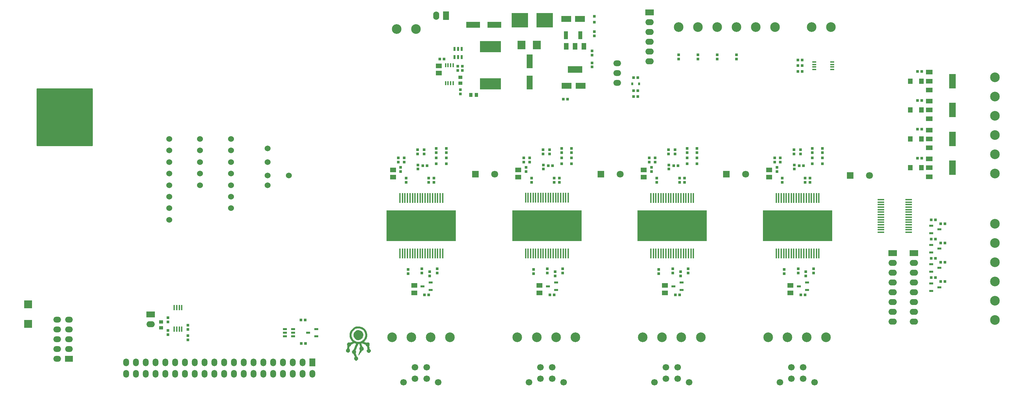
<source format=gbr>
G04 #@! TF.FileFunction,Soldermask,Top*
%FSLAX46Y46*%
G04 Gerber Fmt 4.6, Leading zero omitted, Abs format (unit mm)*
G04 Created by KiCad (PCBNEW (2015-02-24 BZR 5451)-product) date Thu 12 Mar 2015 11:25:46 PM EDT*
%MOMM*%
G01*
G04 APERTURE LIST*
%ADD10C,0.100000*%
%ADD11R,0.698500X0.800100*%
%ADD12R,1.498600X1.300480*%
%ADD13R,0.800100X0.698500*%
%ADD14R,0.797560X0.797560*%
%ADD15C,1.700000*%
%ADD16C,2.500000*%
%ADD17R,1.800000X1.800000*%
%ADD18C,1.800000*%
%ADD19R,1.000760X0.599440*%
%ADD20R,3.599180X1.600200*%
%ADD21R,1.600200X3.599180*%
%ADD22R,2.600960X1.600200*%
%ADD23R,1.998980X2.301240*%
%ADD24R,1.000760X1.998980*%
%ADD25R,0.599440X0.800100*%
%ADD26R,1.300480X1.399540*%
%ADD27R,4.239260X3.810000*%
%ADD28O,2.000000X1.500000*%
%ADD29R,2.000000X1.500000*%
%ADD30R,1.000760X0.899160*%
%ADD31R,1.998980X1.998980*%
%ADD32R,5.400000X2.900000*%
%ADD33R,2.199640X1.524000*%
%ADD34O,2.199640X1.524000*%
%ADD35R,1.524000X2.199640*%
%ADD36O,1.524000X2.199640*%
%ADD37O,1.500000X2.000000*%
%ADD38R,1.500000X2.000000*%
%ADD39C,1.524000*%
%ADD40R,1.800860X1.300480*%
%ADD41R,1.800860X3.799840*%
%ADD42R,0.899160X1.000760*%
%ADD43O,1.998980X1.501140*%
%ADD44R,0.408940X1.021080*%
%ADD45R,0.599440X1.000760*%
%ADD46R,1.300480X1.800860*%
%ADD47R,3.799840X1.800860*%
%ADD48R,1.651000X0.406400*%
%ADD49R,1.021080X0.408940*%
%ADD50R,0.419100X1.470660*%
%ADD51R,0.380000X2.500000*%
%ADD52R,18.000000X8.000000*%
%ADD53C,2.000000*%
%ADD54C,0.254000*%
G04 APERTURE END LIST*
D10*
G36*
X109427186Y-136738425D02*
X109447912Y-136906621D01*
X109483315Y-136995365D01*
X109563751Y-137119057D01*
X109675120Y-137202678D01*
X109700195Y-137215430D01*
X109839733Y-137270155D01*
X109957065Y-137280624D01*
X110079840Y-137248439D01*
X110103422Y-137238764D01*
X110251534Y-137142772D01*
X110352799Y-137009637D01*
X110404208Y-136853630D01*
X110402755Y-136689021D01*
X110345430Y-136530081D01*
X110273287Y-136432827D01*
X110231970Y-136385906D01*
X110209041Y-136342000D01*
X110202193Y-136283220D01*
X110209120Y-136191677D01*
X110225642Y-136063375D01*
X110242958Y-135931536D01*
X110256052Y-135825785D01*
X110262758Y-135763849D01*
X110263201Y-135756269D01*
X110291160Y-135725742D01*
X110359807Y-135687296D01*
X110373267Y-135681352D01*
X110515369Y-135591699D01*
X110619621Y-135467575D01*
X110665841Y-135351020D01*
X110677732Y-135307500D01*
X110699834Y-135271028D01*
X110741895Y-135235521D01*
X110813665Y-135194899D01*
X110924892Y-135143080D01*
X111085326Y-135073981D01*
X111161549Y-135041789D01*
X111634800Y-134842364D01*
X111831152Y-134901233D01*
X111938047Y-134936644D01*
X112015874Y-134968703D01*
X112044070Y-134986909D01*
X112036036Y-135024122D01*
X112004922Y-135115283D01*
X111953958Y-135251930D01*
X111886375Y-135425595D01*
X111805406Y-135627815D01*
X111717760Y-135841728D01*
X111611193Y-136097306D01*
X111526079Y-136296639D01*
X111459052Y-136446505D01*
X111406747Y-136553681D01*
X111365799Y-136624945D01*
X111332843Y-136667075D01*
X111304515Y-136686848D01*
X111296949Y-136689302D01*
X111226870Y-136726361D01*
X111144503Y-136795850D01*
X111117080Y-136824959D01*
X111021021Y-136979398D01*
X110986404Y-137143696D01*
X111010739Y-137305342D01*
X111091535Y-137451827D01*
X111226301Y-137570642D01*
X111270583Y-137595824D01*
X111429151Y-137677426D01*
X111559020Y-138091947D01*
X111688889Y-138506469D01*
X111622320Y-138591098D01*
X111547294Y-138736638D01*
X111528866Y-138896502D01*
X111563098Y-139054631D01*
X111646050Y-139194969D01*
X111773782Y-139301456D01*
X111799929Y-139315164D01*
X111950188Y-139371137D01*
X112080960Y-139377062D01*
X112210534Y-139337125D01*
X112361158Y-139236334D01*
X112461577Y-139096072D01*
X112506538Y-138927534D01*
X112490791Y-138741913D01*
X112490430Y-138740480D01*
X112442382Y-138626750D01*
X112371714Y-138539495D01*
X112367012Y-138535754D01*
X112278269Y-138467252D01*
X112204483Y-138409813D01*
X112157826Y-138347825D01*
X112102065Y-138226561D01*
X112035978Y-138043134D01*
X111995059Y-137915585D01*
X111940707Y-137738157D01*
X111905392Y-137613048D01*
X111887144Y-137528181D01*
X111883993Y-137471481D01*
X111893970Y-137430874D01*
X111911017Y-137400423D01*
X111951935Y-137289341D01*
X111962498Y-137146544D01*
X111942705Y-137000869D01*
X111911013Y-136913073D01*
X111874097Y-136831971D01*
X111855475Y-136777157D01*
X111854934Y-136772115D01*
X111867987Y-136732029D01*
X111906864Y-136630552D01*
X111971138Y-136468738D01*
X112060385Y-136247638D01*
X112174179Y-135968302D01*
X112312095Y-135631781D01*
X112473707Y-135239129D01*
X112546974Y-135061541D01*
X112578611Y-135056122D01*
X112655802Y-135048753D01*
X112697407Y-135045574D01*
X112845614Y-135035000D01*
X112978687Y-135463719D01*
X113111759Y-135892439D01*
X113023854Y-136025272D01*
X112939557Y-136188498D01*
X112915417Y-136343271D01*
X112949622Y-136508476D01*
X112972006Y-136565267D01*
X113046163Y-136737648D01*
X112841844Y-137374497D01*
X112779769Y-137569867D01*
X112726247Y-137741950D01*
X112684259Y-137880855D01*
X112656786Y-137976692D01*
X112646809Y-138019571D01*
X112647030Y-138020851D01*
X112668628Y-137998046D01*
X112722607Y-137930425D01*
X112801530Y-137827967D01*
X112897958Y-137700647D01*
X113004454Y-137558445D01*
X113113579Y-137411335D01*
X113217895Y-137269297D01*
X113309965Y-137142308D01*
X113382350Y-137040344D01*
X113425891Y-136976086D01*
X113492580Y-136909456D01*
X113592609Y-136847507D01*
X113633680Y-136829515D01*
X113790541Y-136736089D01*
X113902249Y-136599939D01*
X113961671Y-136434394D01*
X113961676Y-136252787D01*
X113956406Y-136226289D01*
X113911081Y-136115289D01*
X113832799Y-136000057D01*
X113739706Y-135902866D01*
X113649949Y-135845987D01*
X113645229Y-135844394D01*
X113609840Y-135810072D01*
X113565987Y-135724067D01*
X113511548Y-135581478D01*
X113448429Y-135390218D01*
X113398021Y-135229020D01*
X113355942Y-135091953D01*
X113325952Y-134991464D01*
X113311817Y-134940000D01*
X113311200Y-134936276D01*
X113340743Y-134918529D01*
X113413638Y-134898600D01*
X113431930Y-134894953D01*
X113490704Y-134890004D01*
X113561048Y-134898770D01*
X113654624Y-134924659D01*
X113783093Y-134971081D01*
X113958116Y-135041446D01*
X114017945Y-135066275D01*
X114483229Y-135260246D01*
X114558130Y-135423513D01*
X114626349Y-135542341D01*
X114709858Y-135618216D01*
X114766377Y-135648589D01*
X114824196Y-135676597D01*
X114865489Y-135705884D01*
X114894921Y-135748404D01*
X114917161Y-135816109D01*
X114936874Y-135920954D01*
X114958727Y-136074891D01*
X114972123Y-136175570D01*
X114990164Y-136317834D01*
X114997041Y-136410575D01*
X114990732Y-136471387D01*
X114969212Y-136517860D01*
X114930456Y-136567588D01*
X114926470Y-136572328D01*
X114841392Y-136721030D01*
X114814326Y-136883193D01*
X114842016Y-137043520D01*
X114921204Y-137186713D01*
X115048635Y-137297475D01*
X115084995Y-137317030D01*
X115224533Y-137371755D01*
X115341865Y-137382224D01*
X115464640Y-137350039D01*
X115488222Y-137340364D01*
X115641063Y-137243460D01*
X115742802Y-137112542D01*
X115791651Y-136960027D01*
X115785823Y-136798332D01*
X115723531Y-136639874D01*
X115608865Y-136502250D01*
X115471486Y-136379701D01*
X115418810Y-135982675D01*
X115396923Y-135811790D01*
X115384991Y-135693562D01*
X115383207Y-135613623D01*
X115391765Y-135557604D01*
X115410857Y-135511138D01*
X115425491Y-135485168D01*
X115473135Y-135351002D01*
X115484509Y-135192026D01*
X115458517Y-135041315D01*
X115441590Y-134999109D01*
X115344543Y-134871572D01*
X115202730Y-134784405D01*
X115031208Y-134746210D01*
X114997299Y-134745200D01*
X114883972Y-134752537D01*
X114789795Y-134771089D01*
X114762168Y-134781902D01*
X114727925Y-134797112D01*
X114690467Y-134801448D01*
X114638249Y-134791549D01*
X114559724Y-134764054D01*
X114443345Y-134715602D01*
X114277567Y-134642832D01*
X114264430Y-134637013D01*
X114049260Y-134541688D01*
X114235309Y-134340732D01*
X114478932Y-134035815D01*
X114658313Y-133714821D01*
X114776160Y-133371959D01*
X114828710Y-133071054D01*
X114840358Y-132669799D01*
X114787759Y-132288906D01*
X114671628Y-131930406D01*
X114492679Y-131596328D01*
X114251629Y-131288700D01*
X114171638Y-131206133D01*
X113878186Y-130960171D01*
X113558028Y-130775827D01*
X113209323Y-130652367D01*
X112830229Y-130589056D01*
X112601698Y-130579600D01*
X112318288Y-130592707D01*
X112066513Y-130636396D01*
X111818475Y-130717214D01*
X111600934Y-130814495D01*
X111283022Y-131005481D01*
X111010743Y-131240502D01*
X110785419Y-131512363D01*
X110608372Y-131813869D01*
X110480924Y-132137828D01*
X110404397Y-132477044D01*
X110380113Y-132824324D01*
X110409395Y-133172473D01*
X110493564Y-133514297D01*
X110633942Y-133842603D01*
X110807772Y-134112771D01*
X110807772Y-132840037D01*
X110814331Y-132606116D01*
X110841758Y-132398603D01*
X110854267Y-132345101D01*
X110970807Y-132031998D01*
X111141740Y-131748379D01*
X111359179Y-131500388D01*
X111615236Y-131294168D01*
X111902025Y-131135861D01*
X112211659Y-131031610D01*
X112536250Y-130987558D01*
X112598649Y-130986500D01*
X112945367Y-131019554D01*
X113271193Y-131113835D01*
X113569835Y-131264428D01*
X113835001Y-131466420D01*
X114060400Y-131714897D01*
X114239740Y-132004944D01*
X114366729Y-132331647D01*
X114379244Y-132377241D01*
X114424551Y-132671536D01*
X114416743Y-132984202D01*
X114358913Y-133295816D01*
X114254158Y-133586957D01*
X114158661Y-133761828D01*
X113942663Y-134039385D01*
X113687129Y-134266244D01*
X113399484Y-134439514D01*
X113087151Y-134556305D01*
X112757554Y-134613728D01*
X112418117Y-134608890D01*
X112125867Y-134553247D01*
X111818364Y-134434943D01*
X111536192Y-134260033D01*
X111288018Y-134037275D01*
X111082506Y-133775428D01*
X110928322Y-133483251D01*
X110856924Y-133270592D01*
X110821997Y-133071238D01*
X110807772Y-132840037D01*
X110807772Y-134112771D01*
X110831851Y-134150195D01*
X110960070Y-134301874D01*
X111042259Y-134396663D01*
X111097667Y-134472514D01*
X111117362Y-134516716D01*
X111114769Y-134522037D01*
X111071156Y-134543374D01*
X110981432Y-134583825D01*
X110861864Y-134636112D01*
X110808381Y-134659114D01*
X110670362Y-134716154D01*
X110568269Y-134749478D01*
X110476477Y-134763649D01*
X110369366Y-134763228D01*
X110263717Y-134756093D01*
X109994190Y-134735308D01*
X109862154Y-134867344D01*
X109747301Y-135017758D01*
X109699170Y-135175219D01*
X109716782Y-135344678D01*
X109749859Y-135435279D01*
X109779460Y-135506658D01*
X109796330Y-135568896D01*
X109800996Y-135639265D01*
X109793986Y-135735035D01*
X109775825Y-135873478D01*
X109765434Y-135945522D01*
X109740741Y-136106809D01*
X109718477Y-136217462D01*
X109692522Y-136294038D01*
X109656756Y-136353093D01*
X109605059Y-136411187D01*
X109586308Y-136430123D01*
X109473197Y-136580257D01*
X109427186Y-136738425D01*
X109427186Y-136738425D01*
X109427186Y-136738425D01*
G37*
X109427186Y-136738425D02*
X109447912Y-136906621D01*
X109483315Y-136995365D01*
X109563751Y-137119057D01*
X109675120Y-137202678D01*
X109700195Y-137215430D01*
X109839733Y-137270155D01*
X109957065Y-137280624D01*
X110079840Y-137248439D01*
X110103422Y-137238764D01*
X110251534Y-137142772D01*
X110352799Y-137009637D01*
X110404208Y-136853630D01*
X110402755Y-136689021D01*
X110345430Y-136530081D01*
X110273287Y-136432827D01*
X110231970Y-136385906D01*
X110209041Y-136342000D01*
X110202193Y-136283220D01*
X110209120Y-136191677D01*
X110225642Y-136063375D01*
X110242958Y-135931536D01*
X110256052Y-135825785D01*
X110262758Y-135763849D01*
X110263201Y-135756269D01*
X110291160Y-135725742D01*
X110359807Y-135687296D01*
X110373267Y-135681352D01*
X110515369Y-135591699D01*
X110619621Y-135467575D01*
X110665841Y-135351020D01*
X110677732Y-135307500D01*
X110699834Y-135271028D01*
X110741895Y-135235521D01*
X110813665Y-135194899D01*
X110924892Y-135143080D01*
X111085326Y-135073981D01*
X111161549Y-135041789D01*
X111634800Y-134842364D01*
X111831152Y-134901233D01*
X111938047Y-134936644D01*
X112015874Y-134968703D01*
X112044070Y-134986909D01*
X112036036Y-135024122D01*
X112004922Y-135115283D01*
X111953958Y-135251930D01*
X111886375Y-135425595D01*
X111805406Y-135627815D01*
X111717760Y-135841728D01*
X111611193Y-136097306D01*
X111526079Y-136296639D01*
X111459052Y-136446505D01*
X111406747Y-136553681D01*
X111365799Y-136624945D01*
X111332843Y-136667075D01*
X111304515Y-136686848D01*
X111296949Y-136689302D01*
X111226870Y-136726361D01*
X111144503Y-136795850D01*
X111117080Y-136824959D01*
X111021021Y-136979398D01*
X110986404Y-137143696D01*
X111010739Y-137305342D01*
X111091535Y-137451827D01*
X111226301Y-137570642D01*
X111270583Y-137595824D01*
X111429151Y-137677426D01*
X111559020Y-138091947D01*
X111688889Y-138506469D01*
X111622320Y-138591098D01*
X111547294Y-138736638D01*
X111528866Y-138896502D01*
X111563098Y-139054631D01*
X111646050Y-139194969D01*
X111773782Y-139301456D01*
X111799929Y-139315164D01*
X111950188Y-139371137D01*
X112080960Y-139377062D01*
X112210534Y-139337125D01*
X112361158Y-139236334D01*
X112461577Y-139096072D01*
X112506538Y-138927534D01*
X112490791Y-138741913D01*
X112490430Y-138740480D01*
X112442382Y-138626750D01*
X112371714Y-138539495D01*
X112367012Y-138535754D01*
X112278269Y-138467252D01*
X112204483Y-138409813D01*
X112157826Y-138347825D01*
X112102065Y-138226561D01*
X112035978Y-138043134D01*
X111995059Y-137915585D01*
X111940707Y-137738157D01*
X111905392Y-137613048D01*
X111887144Y-137528181D01*
X111883993Y-137471481D01*
X111893970Y-137430874D01*
X111911017Y-137400423D01*
X111951935Y-137289341D01*
X111962498Y-137146544D01*
X111942705Y-137000869D01*
X111911013Y-136913073D01*
X111874097Y-136831971D01*
X111855475Y-136777157D01*
X111854934Y-136772115D01*
X111867987Y-136732029D01*
X111906864Y-136630552D01*
X111971138Y-136468738D01*
X112060385Y-136247638D01*
X112174179Y-135968302D01*
X112312095Y-135631781D01*
X112473707Y-135239129D01*
X112546974Y-135061541D01*
X112578611Y-135056122D01*
X112655802Y-135048753D01*
X112697407Y-135045574D01*
X112845614Y-135035000D01*
X112978687Y-135463719D01*
X113111759Y-135892439D01*
X113023854Y-136025272D01*
X112939557Y-136188498D01*
X112915417Y-136343271D01*
X112949622Y-136508476D01*
X112972006Y-136565267D01*
X113046163Y-136737648D01*
X112841844Y-137374497D01*
X112779769Y-137569867D01*
X112726247Y-137741950D01*
X112684259Y-137880855D01*
X112656786Y-137976692D01*
X112646809Y-138019571D01*
X112647030Y-138020851D01*
X112668628Y-137998046D01*
X112722607Y-137930425D01*
X112801530Y-137827967D01*
X112897958Y-137700647D01*
X113004454Y-137558445D01*
X113113579Y-137411335D01*
X113217895Y-137269297D01*
X113309965Y-137142308D01*
X113382350Y-137040344D01*
X113425891Y-136976086D01*
X113492580Y-136909456D01*
X113592609Y-136847507D01*
X113633680Y-136829515D01*
X113790541Y-136736089D01*
X113902249Y-136599939D01*
X113961671Y-136434394D01*
X113961676Y-136252787D01*
X113956406Y-136226289D01*
X113911081Y-136115289D01*
X113832799Y-136000057D01*
X113739706Y-135902866D01*
X113649949Y-135845987D01*
X113645229Y-135844394D01*
X113609840Y-135810072D01*
X113565987Y-135724067D01*
X113511548Y-135581478D01*
X113448429Y-135390218D01*
X113398021Y-135229020D01*
X113355942Y-135091953D01*
X113325952Y-134991464D01*
X113311817Y-134940000D01*
X113311200Y-134936276D01*
X113340743Y-134918529D01*
X113413638Y-134898600D01*
X113431930Y-134894953D01*
X113490704Y-134890004D01*
X113561048Y-134898770D01*
X113654624Y-134924659D01*
X113783093Y-134971081D01*
X113958116Y-135041446D01*
X114017945Y-135066275D01*
X114483229Y-135260246D01*
X114558130Y-135423513D01*
X114626349Y-135542341D01*
X114709858Y-135618216D01*
X114766377Y-135648589D01*
X114824196Y-135676597D01*
X114865489Y-135705884D01*
X114894921Y-135748404D01*
X114917161Y-135816109D01*
X114936874Y-135920954D01*
X114958727Y-136074891D01*
X114972123Y-136175570D01*
X114990164Y-136317834D01*
X114997041Y-136410575D01*
X114990732Y-136471387D01*
X114969212Y-136517860D01*
X114930456Y-136567588D01*
X114926470Y-136572328D01*
X114841392Y-136721030D01*
X114814326Y-136883193D01*
X114842016Y-137043520D01*
X114921204Y-137186713D01*
X115048635Y-137297475D01*
X115084995Y-137317030D01*
X115224533Y-137371755D01*
X115341865Y-137382224D01*
X115464640Y-137350039D01*
X115488222Y-137340364D01*
X115641063Y-137243460D01*
X115742802Y-137112542D01*
X115791651Y-136960027D01*
X115785823Y-136798332D01*
X115723531Y-136639874D01*
X115608865Y-136502250D01*
X115471486Y-136379701D01*
X115418810Y-135982675D01*
X115396923Y-135811790D01*
X115384991Y-135693562D01*
X115383207Y-135613623D01*
X115391765Y-135557604D01*
X115410857Y-135511138D01*
X115425491Y-135485168D01*
X115473135Y-135351002D01*
X115484509Y-135192026D01*
X115458517Y-135041315D01*
X115441590Y-134999109D01*
X115344543Y-134871572D01*
X115202730Y-134784405D01*
X115031208Y-134746210D01*
X114997299Y-134745200D01*
X114883972Y-134752537D01*
X114789795Y-134771089D01*
X114762168Y-134781902D01*
X114727925Y-134797112D01*
X114690467Y-134801448D01*
X114638249Y-134791549D01*
X114559724Y-134764054D01*
X114443345Y-134715602D01*
X114277567Y-134642832D01*
X114264430Y-134637013D01*
X114049260Y-134541688D01*
X114235309Y-134340732D01*
X114478932Y-134035815D01*
X114658313Y-133714821D01*
X114776160Y-133371959D01*
X114828710Y-133071054D01*
X114840358Y-132669799D01*
X114787759Y-132288906D01*
X114671628Y-131930406D01*
X114492679Y-131596328D01*
X114251629Y-131288700D01*
X114171638Y-131206133D01*
X113878186Y-130960171D01*
X113558028Y-130775827D01*
X113209323Y-130652367D01*
X112830229Y-130589056D01*
X112601698Y-130579600D01*
X112318288Y-130592707D01*
X112066513Y-130636396D01*
X111818475Y-130717214D01*
X111600934Y-130814495D01*
X111283022Y-131005481D01*
X111010743Y-131240502D01*
X110785419Y-131512363D01*
X110608372Y-131813869D01*
X110480924Y-132137828D01*
X110404397Y-132477044D01*
X110380113Y-132824324D01*
X110409395Y-133172473D01*
X110493564Y-133514297D01*
X110633942Y-133842603D01*
X110807772Y-134112771D01*
X110807772Y-132840037D01*
X110814331Y-132606116D01*
X110841758Y-132398603D01*
X110854267Y-132345101D01*
X110970807Y-132031998D01*
X111141740Y-131748379D01*
X111359179Y-131500388D01*
X111615236Y-131294168D01*
X111902025Y-131135861D01*
X112211659Y-131031610D01*
X112536250Y-130987558D01*
X112598649Y-130986500D01*
X112945367Y-131019554D01*
X113271193Y-131113835D01*
X113569835Y-131264428D01*
X113835001Y-131466420D01*
X114060400Y-131714897D01*
X114239740Y-132004944D01*
X114366729Y-132331647D01*
X114379244Y-132377241D01*
X114424551Y-132671536D01*
X114416743Y-132984202D01*
X114358913Y-133295816D01*
X114254158Y-133586957D01*
X114158661Y-133761828D01*
X113942663Y-134039385D01*
X113687129Y-134266244D01*
X113399484Y-134439514D01*
X113087151Y-134556305D01*
X112757554Y-134613728D01*
X112418117Y-134608890D01*
X112125867Y-134553247D01*
X111818364Y-134434943D01*
X111536192Y-134260033D01*
X111288018Y-134037275D01*
X111082506Y-133775428D01*
X110928322Y-133483251D01*
X110856924Y-133270592D01*
X110821997Y-133071238D01*
X110807772Y-132840037D01*
X110807772Y-134112771D01*
X110831851Y-134150195D01*
X110960070Y-134301874D01*
X111042259Y-134396663D01*
X111097667Y-134472514D01*
X111117362Y-134516716D01*
X111114769Y-134522037D01*
X111071156Y-134543374D01*
X110981432Y-134583825D01*
X110861864Y-134636112D01*
X110808381Y-134659114D01*
X110670362Y-134716154D01*
X110568269Y-134749478D01*
X110476477Y-134763649D01*
X110369366Y-134763228D01*
X110263717Y-134756093D01*
X109994190Y-134735308D01*
X109862154Y-134867344D01*
X109747301Y-135017758D01*
X109699170Y-135175219D01*
X109716782Y-135344678D01*
X109749859Y-135435279D01*
X109779460Y-135506658D01*
X109796330Y-135568896D01*
X109800996Y-135639265D01*
X109793986Y-135735035D01*
X109775825Y-135873478D01*
X109765434Y-135945522D01*
X109740741Y-136106809D01*
X109718477Y-136217462D01*
X109692522Y-136294038D01*
X109656756Y-136353093D01*
X109605059Y-136411187D01*
X109586308Y-136430123D01*
X109473197Y-136580257D01*
X109427186Y-136738425D01*
X109427186Y-136738425D01*
G36*
X111360847Y-132909692D02*
X111416161Y-133175898D01*
X111533682Y-133428650D01*
X111712629Y-133660122D01*
X111733437Y-133681363D01*
X111883208Y-133817107D01*
X112022477Y-133909596D01*
X112140565Y-133962619D01*
X112404903Y-134033633D01*
X112670320Y-134053666D01*
X112916574Y-134021356D01*
X112935912Y-134016169D01*
X113194866Y-133916754D01*
X113411549Y-133771979D01*
X113597346Y-133573335D01*
X113673382Y-133464921D01*
X113794702Y-133219126D01*
X113855591Y-132959142D01*
X113858935Y-132694838D01*
X113807618Y-132436083D01*
X113704526Y-132192748D01*
X113552544Y-131974702D01*
X113354559Y-131791814D01*
X113148522Y-131669627D01*
X112923721Y-131595565D01*
X112671976Y-131563080D01*
X112418941Y-131573241D01*
X112190268Y-131627116D01*
X112184040Y-131629424D01*
X111927044Y-131757239D01*
X111715400Y-131933070D01*
X111575987Y-132108587D01*
X111439977Y-132368212D01*
X111368524Y-132637855D01*
X111360847Y-132909692D01*
X111360847Y-132909692D01*
X111360847Y-132909692D01*
G37*
X111360847Y-132909692D02*
X111416161Y-133175898D01*
X111533682Y-133428650D01*
X111712629Y-133660122D01*
X111733437Y-133681363D01*
X111883208Y-133817107D01*
X112022477Y-133909596D01*
X112140565Y-133962619D01*
X112404903Y-134033633D01*
X112670320Y-134053666D01*
X112916574Y-134021356D01*
X112935912Y-134016169D01*
X113194866Y-133916754D01*
X113411549Y-133771979D01*
X113597346Y-133573335D01*
X113673382Y-133464921D01*
X113794702Y-133219126D01*
X113855591Y-132959142D01*
X113858935Y-132694838D01*
X113807618Y-132436083D01*
X113704526Y-132192748D01*
X113552544Y-131974702D01*
X113354559Y-131791814D01*
X113148522Y-131669627D01*
X112923721Y-131595565D01*
X112671976Y-131563080D01*
X112418941Y-131573241D01*
X112190268Y-131627116D01*
X112184040Y-131629424D01*
X111927044Y-131757239D01*
X111715400Y-131933070D01*
X111575987Y-132108587D01*
X111439977Y-132368212D01*
X111368524Y-132637855D01*
X111360847Y-132909692D01*
X111360847Y-132909692D01*
D11*
X188600000Y-89251360D03*
X188600000Y-90348640D03*
D12*
X186600000Y-89947500D03*
X186600000Y-91852500D03*
D11*
X189500000Y-86851360D03*
X189500000Y-87948640D03*
X190000000Y-93148640D03*
X190000000Y-92051360D03*
X188000000Y-87948640D03*
X188000000Y-86851360D03*
X195900000Y-93148640D03*
X195900000Y-92051360D03*
X194100000Y-115651360D03*
X194100000Y-116748640D03*
X197200000Y-93148640D03*
X197200000Y-92051360D03*
X198100000Y-115651360D03*
X198100000Y-116748640D03*
D13*
X194351360Y-88900000D03*
X195448640Y-88900000D03*
D11*
X193000000Y-85848640D03*
X193000000Y-84751360D03*
X194700000Y-84751360D03*
X194700000Y-85848640D03*
X200400000Y-84351360D03*
X200400000Y-85448640D03*
D14*
X200400000Y-86850700D03*
X200400000Y-88349300D03*
D11*
X193100000Y-89748640D03*
X193100000Y-88651360D03*
D14*
X197800000Y-86850700D03*
X197800000Y-88349300D03*
D11*
X197800000Y-84351360D03*
X197800000Y-85448640D03*
D15*
X192350000Y-141150000D03*
X195350000Y-141150000D03*
X192350000Y-144150000D03*
X195350000Y-144150000D03*
X189350000Y-145090000D03*
X198350000Y-145090000D03*
D16*
X201350000Y-133400000D03*
X196350000Y-133400000D03*
X186350000Y-133400000D03*
X191350000Y-133400000D03*
D17*
X208000000Y-91100000D03*
D18*
X213000000Y-91100000D03*
D11*
X190500000Y-115751360D03*
X190500000Y-116848640D03*
D19*
X196406640Y-121102500D03*
X194293360Y-120150000D03*
X196406640Y-119197500D03*
D11*
X196100000Y-117448640D03*
X196100000Y-116351360D03*
D13*
X194801360Y-122400000D03*
X195898640Y-122400000D03*
D12*
X192100000Y-119947500D03*
X192100000Y-121852500D03*
D15*
X159850000Y-141150000D03*
X162850000Y-141150000D03*
X159850000Y-144150000D03*
X162850000Y-144150000D03*
X156850000Y-145090000D03*
X165850000Y-145090000D03*
D14*
X167900000Y-86850700D03*
X167900000Y-88349300D03*
D11*
X167900000Y-84351360D03*
X167900000Y-85448640D03*
D17*
X175500000Y-91100000D03*
D18*
X180500000Y-91100000D03*
D11*
X163400000Y-93148640D03*
X163400000Y-92051360D03*
X164700000Y-93148640D03*
X164700000Y-92051360D03*
D14*
X165300000Y-86850700D03*
X165300000Y-88349300D03*
D12*
X159600000Y-119947500D03*
X159600000Y-121852500D03*
D19*
X163906640Y-121102500D03*
X161793360Y-120150000D03*
X163906640Y-119197500D03*
D13*
X162301360Y-122400000D03*
X163398640Y-122400000D03*
D16*
X168850000Y-133400000D03*
X163850000Y-133400000D03*
X153850000Y-133400000D03*
X158850000Y-133400000D03*
D11*
X163600000Y-117448640D03*
X163600000Y-116351360D03*
X158000000Y-115751360D03*
X158000000Y-116848640D03*
X161600000Y-115651360D03*
X161600000Y-116748640D03*
X165600000Y-115651360D03*
X165600000Y-116748640D03*
D12*
X154100000Y-89947500D03*
X154100000Y-91852500D03*
D11*
X160600000Y-89748640D03*
X160600000Y-88651360D03*
D13*
X161851360Y-88900000D03*
X162948640Y-88900000D03*
D11*
X160500000Y-85848640D03*
X160500000Y-84751360D03*
X162200000Y-84751360D03*
X162200000Y-85848640D03*
X165300000Y-84351360D03*
X165300000Y-85448640D03*
X157500000Y-93148640D03*
X157500000Y-92051360D03*
X157000000Y-86851360D03*
X157000000Y-87948640D03*
X155500000Y-87948640D03*
X155500000Y-86851360D03*
X156100000Y-89251360D03*
X156100000Y-90348640D03*
D16*
X136350000Y-133400000D03*
X131350000Y-133400000D03*
X121350000Y-133400000D03*
X126350000Y-133400000D03*
D13*
X129801360Y-122400000D03*
X130898640Y-122400000D03*
D12*
X127100000Y-119947500D03*
X127100000Y-121852500D03*
D15*
X127350000Y-141150000D03*
X130350000Y-141150000D03*
X127350000Y-144150000D03*
X130350000Y-144150000D03*
X124350000Y-145090000D03*
X133350000Y-145090000D03*
D11*
X135400000Y-84351360D03*
X135400000Y-85448640D03*
D14*
X135400000Y-86850700D03*
X135400000Y-88349300D03*
X132800000Y-86850700D03*
X132800000Y-88349300D03*
D17*
X143000000Y-91100000D03*
D18*
X148000000Y-91100000D03*
D11*
X132800000Y-84351360D03*
X132800000Y-85448640D03*
X123600000Y-89251360D03*
X123600000Y-90348640D03*
X129700000Y-84751360D03*
X129700000Y-85848640D03*
X128100000Y-89748640D03*
X128100000Y-88651360D03*
D13*
X129351360Y-88900000D03*
X130448640Y-88900000D03*
D11*
X123000000Y-87948640D03*
X123000000Y-86851360D03*
X128000000Y-85848640D03*
X128000000Y-84751360D03*
X124500000Y-86851360D03*
X124500000Y-87948640D03*
D19*
X131406640Y-121102500D03*
X129293360Y-120150000D03*
X131406640Y-119197500D03*
D11*
X133100000Y-115651360D03*
X133100000Y-116748640D03*
X131100000Y-117448640D03*
X131100000Y-116351360D03*
X129100000Y-115651360D03*
X129100000Y-116748640D03*
X125500000Y-115751360D03*
X125500000Y-116848640D03*
X125000000Y-93148640D03*
X125000000Y-92051360D03*
X132200000Y-93148640D03*
X132200000Y-92051360D03*
D12*
X121600000Y-89947500D03*
X121600000Y-91852500D03*
D11*
X130900000Y-93148640D03*
X130900000Y-92051360D03*
D20*
X142349180Y-52300000D03*
X147850820Y-52300000D03*
D13*
X134848640Y-61200000D03*
X133751360Y-61200000D03*
D11*
X68500000Y-131348640D03*
X68500000Y-130251360D03*
X138400000Y-64148640D03*
X138400000Y-63051360D03*
X139100000Y-70248640D03*
X139100000Y-69151360D03*
D21*
X157000000Y-67250820D03*
X157000000Y-61749180D03*
D22*
X166499140Y-50800000D03*
X170100860Y-50800000D03*
D13*
X185048640Y-69400000D03*
X183951360Y-69400000D03*
X166848640Y-71600000D03*
X165751360Y-71600000D03*
D22*
X170200860Y-68100000D03*
X166599140Y-68100000D03*
D13*
X262148640Y-117900000D03*
X261051360Y-117900000D03*
X262148640Y-112900000D03*
X261051360Y-112900000D03*
X262148640Y-107900000D03*
X261051360Y-107900000D03*
X262148640Y-102900000D03*
X261051360Y-102900000D03*
D11*
X225500000Y-85848640D03*
X225500000Y-84751360D03*
X225600000Y-89748640D03*
X225600000Y-88651360D03*
X226600000Y-115651360D03*
X226600000Y-116748640D03*
D12*
X224600000Y-119947500D03*
X224600000Y-121852500D03*
D11*
X220500000Y-87948640D03*
X220500000Y-86851360D03*
X228400000Y-93148640D03*
X228400000Y-92051360D03*
D12*
X219100000Y-89947500D03*
X219100000Y-91852500D03*
D13*
X227301360Y-122400000D03*
X228398640Y-122400000D03*
D11*
X228600000Y-117448640D03*
X228600000Y-116351360D03*
X230600000Y-115651360D03*
X230600000Y-116748640D03*
X229700000Y-93148640D03*
X229700000Y-92051360D03*
X222500000Y-93148640D03*
X222500000Y-92051360D03*
X223000000Y-115751360D03*
X223000000Y-116848640D03*
D17*
X240100000Y-91400000D03*
D18*
X245100000Y-91400000D03*
D23*
X154890860Y-57500000D03*
X158909140Y-57500000D03*
D24*
X170149120Y-55000000D03*
X166450880Y-55000000D03*
D25*
X185350900Y-67600000D03*
X183649100Y-67600000D03*
D14*
X173800000Y-50100700D03*
X173800000Y-51599300D03*
D26*
X255649660Y-89400000D03*
X258550340Y-89400000D03*
D19*
X261043360Y-119447500D03*
X263156640Y-120400000D03*
X261043360Y-121352500D03*
X261043360Y-114447500D03*
X263156640Y-115400000D03*
X261043360Y-116352500D03*
X261043360Y-109447500D03*
X263156640Y-110400000D03*
X261043360Y-111352500D03*
X261043360Y-104447500D03*
X263156640Y-105400000D03*
X261043360Y-106352500D03*
D26*
X255649660Y-81900000D03*
X258550340Y-81900000D03*
X255649660Y-74400000D03*
X258550340Y-74400000D03*
X255649660Y-66900000D03*
X258550340Y-66900000D03*
D14*
X230300000Y-86850700D03*
X230300000Y-88349300D03*
X232900000Y-86850700D03*
X232900000Y-88349300D03*
D19*
X228906640Y-121102500D03*
X226793360Y-120150000D03*
X228906640Y-119197500D03*
D27*
X154512300Y-51100000D03*
X160887700Y-51100000D03*
D28*
X37620000Y-128820000D03*
X34580000Y-128820000D03*
X34580000Y-131360000D03*
X37620000Y-131360000D03*
D29*
X37620000Y-138980000D03*
D28*
X34580000Y-138980000D03*
X37620000Y-136440000D03*
X34580000Y-136440000D03*
X37620000Y-133900000D03*
X34580000Y-133900000D03*
D15*
X224850000Y-141150000D03*
X227850000Y-141150000D03*
X224850000Y-144150000D03*
X227850000Y-144150000D03*
X221850000Y-145090000D03*
X230850000Y-145090000D03*
D30*
X61500000Y-130951840D03*
X61500000Y-129448160D03*
D31*
X27100000Y-129940000D03*
X27100000Y-124860000D03*
D32*
X146900000Y-57950000D03*
X146900000Y-67650000D03*
D33*
X58800000Y-127430000D03*
D34*
X58800000Y-129970000D03*
D35*
X135370000Y-49900000D03*
D36*
X132830000Y-49900000D03*
D37*
X55010000Y-139880000D03*
X55010000Y-142920000D03*
X52470000Y-142920000D03*
X52470000Y-139880000D03*
X57550000Y-139880000D03*
X57550000Y-142920000D03*
X60090000Y-142920000D03*
X60090000Y-139880000D03*
X62630000Y-139880000D03*
X62630000Y-142920000D03*
X67710000Y-139880000D03*
X67710000Y-142920000D03*
X65170000Y-142920000D03*
X65170000Y-139880000D03*
X70250000Y-139880000D03*
X70250000Y-142920000D03*
X72790000Y-142920000D03*
X72790000Y-139880000D03*
X75330000Y-139880000D03*
X75330000Y-142920000D03*
X77870000Y-142920000D03*
X77870000Y-139880000D03*
X80410000Y-139880000D03*
X80410000Y-142920000D03*
X82950000Y-142920000D03*
X82950000Y-139880000D03*
X85490000Y-139880000D03*
X85490000Y-142920000D03*
X88030000Y-142920000D03*
X88030000Y-139880000D03*
X90570000Y-139880000D03*
X90570000Y-142920000D03*
X93110000Y-142920000D03*
X93110000Y-139880000D03*
D38*
X100730000Y-139880000D03*
D37*
X100730000Y-142920000D03*
X98190000Y-139880000D03*
X98190000Y-142920000D03*
X95650000Y-139880000D03*
X95650000Y-142920000D03*
D33*
X188100000Y-49050000D03*
D34*
X188100000Y-51590000D03*
X188100000Y-54130000D03*
X188100000Y-56670000D03*
X188100000Y-59210000D03*
X188100000Y-61750000D03*
D33*
X251100000Y-111510000D03*
D34*
X251100000Y-114050000D03*
X251100000Y-116590000D03*
X251100000Y-119130000D03*
X251100000Y-121670000D03*
X251100000Y-124210000D03*
X251100000Y-126750000D03*
X251100000Y-129290000D03*
D33*
X256600000Y-111510000D03*
D34*
X256600000Y-114050000D03*
X256600000Y-116590000D03*
X256600000Y-119130000D03*
X256600000Y-121670000D03*
X256600000Y-124210000D03*
X256600000Y-126750000D03*
X256600000Y-129290000D03*
D39*
X63600000Y-81900000D03*
X63600000Y-84900000D03*
X63600000Y-87900000D03*
X63600000Y-90900000D03*
X63600000Y-93900000D03*
X63600000Y-96900000D03*
X63600000Y-99900000D03*
X63600000Y-102900000D03*
X71600000Y-81900000D03*
X71600000Y-84900000D03*
X71600000Y-87900000D03*
X71600000Y-90900000D03*
X71600000Y-93900000D03*
X89100000Y-87900000D03*
X89100000Y-84400000D03*
X89100000Y-91400000D03*
X89100000Y-93900000D03*
X94600000Y-91400000D03*
X79600000Y-81900000D03*
X79600000Y-84900000D03*
X79600000Y-87900000D03*
X79600000Y-90900000D03*
X79600000Y-93900000D03*
X79600000Y-96900000D03*
X79600000Y-99900000D03*
D16*
X277600000Y-103900000D03*
X277600000Y-108900000D03*
X277600000Y-113900000D03*
X277600000Y-118900000D03*
X277600000Y-128900000D03*
X277600000Y-123900000D03*
X277600000Y-65900000D03*
X277600000Y-70900000D03*
X277600000Y-75900000D03*
X277600000Y-80900000D03*
X277600000Y-90900000D03*
X277600000Y-85900000D03*
X233850000Y-133400000D03*
X228850000Y-133400000D03*
X218850000Y-133400000D03*
X223850000Y-133400000D03*
D40*
X260600260Y-87098760D03*
X260600260Y-89400000D03*
X260600260Y-91701240D03*
D41*
X266599740Y-89400000D03*
D40*
X260600260Y-79598760D03*
X260600260Y-81900000D03*
X260600260Y-84201240D03*
D41*
X266599740Y-81900000D03*
D40*
X260600260Y-72098760D03*
X260600260Y-74400000D03*
X260600260Y-76701240D03*
D41*
X266599740Y-74400000D03*
D40*
X260600260Y-64598760D03*
X260600260Y-66900000D03*
X260600260Y-69201240D03*
D41*
X266599740Y-66900000D03*
D11*
X68500000Y-134048640D03*
X68500000Y-132951360D03*
X139600000Y-64148640D03*
X139600000Y-63051360D03*
X63300000Y-129448640D03*
X63300000Y-128351360D03*
X63300000Y-132748640D03*
X63300000Y-131651360D03*
D12*
X133500000Y-62947500D03*
X133500000Y-64852500D03*
D42*
X143251840Y-70500000D03*
X141748160Y-70500000D03*
D30*
X139100000Y-67451840D03*
X139100000Y-65948160D03*
D11*
X173200000Y-60148640D03*
X173200000Y-59051360D03*
D13*
X185048640Y-66000000D03*
X183951360Y-66000000D03*
D43*
X179700000Y-67340000D03*
X179700000Y-64800000D03*
X179700000Y-62260000D03*
D13*
X183951360Y-70900000D03*
X185048640Y-70900000D03*
D11*
X173200000Y-63248640D03*
X173200000Y-62151360D03*
X173800000Y-54051360D03*
X173800000Y-55148640D03*
D13*
X257551360Y-86900000D03*
X258648640Y-86900000D03*
X264648640Y-118900000D03*
X263551360Y-118900000D03*
X264648640Y-113900000D03*
X263551360Y-113900000D03*
X264648640Y-108900000D03*
X263551360Y-108900000D03*
X264648640Y-103900000D03*
X263551360Y-103900000D03*
X257551360Y-79400000D03*
X258648640Y-79400000D03*
X257551360Y-71900000D03*
X258648640Y-71900000D03*
X257551360Y-64400000D03*
X258648640Y-64400000D03*
X97751360Y-128900000D03*
X98848640Y-128900000D03*
X98948640Y-135000000D03*
X97851360Y-135000000D03*
D11*
X230300000Y-84351360D03*
X230300000Y-85448640D03*
X227200000Y-84751360D03*
X227200000Y-85848640D03*
X232900000Y-84351360D03*
X232900000Y-85448640D03*
D13*
X226851360Y-88900000D03*
X227948640Y-88900000D03*
D11*
X222000000Y-86851360D03*
X222000000Y-87948640D03*
X221100000Y-89251360D03*
X221100000Y-90348640D03*
D44*
X135224640Y-67401240D03*
X135874880Y-67401240D03*
X136525120Y-67401240D03*
X137175360Y-67401240D03*
X137175360Y-62798760D03*
X136525120Y-62798760D03*
X135874880Y-62798760D03*
X135224640Y-62798760D03*
D45*
X137547500Y-60656640D03*
X139452500Y-60656640D03*
X138500000Y-60656640D03*
X139452500Y-58543360D03*
X137547500Y-58543360D03*
X138500000Y-58543360D03*
D46*
X171101240Y-57900260D03*
X168800000Y-57900260D03*
X166498760Y-57900260D03*
D47*
X168800000Y-63899740D03*
D48*
X248000820Y-101574880D03*
X248000820Y-102225120D03*
X248000820Y-102875360D03*
X248000820Y-103525600D03*
X255199180Y-99624160D03*
X248000820Y-99624160D03*
X248000820Y-100274400D03*
X248000820Y-100924640D03*
X255199180Y-104175840D03*
X255199180Y-103525600D03*
X255199180Y-102875360D03*
X255199180Y-102225120D03*
X255199180Y-101574880D03*
X255199180Y-100924640D03*
X248000820Y-104175840D03*
X255199180Y-100274400D03*
X255199180Y-98973920D03*
X255199180Y-98326220D03*
X255199180Y-97675980D03*
X248000820Y-97675980D03*
X248000820Y-98326220D03*
X248000820Y-98973920D03*
X248000820Y-104826080D03*
X248000820Y-105473780D03*
X248000820Y-106124020D03*
X255199180Y-106124020D03*
X255199180Y-105473780D03*
X255199180Y-104826080D03*
D19*
X93643360Y-131247500D03*
X93643360Y-133152500D03*
X93643360Y-132200000D03*
X95756640Y-133152500D03*
X95756640Y-131247500D03*
X95756640Y-132200000D03*
D16*
X195600000Y-52900000D03*
X200600000Y-52900000D03*
X205600000Y-52900000D03*
X210600000Y-52900000D03*
X220600000Y-52900000D03*
X215600000Y-52900000D03*
D11*
X195600000Y-60051360D03*
X195600000Y-61148640D03*
X200600000Y-60051360D03*
X200600000Y-61148640D03*
X205600000Y-60051360D03*
X205600000Y-61148640D03*
X210600000Y-60051360D03*
X210600000Y-61148640D03*
D19*
X101756640Y-133152500D03*
X99643360Y-132200000D03*
X101756640Y-131247500D03*
D16*
X235100000Y-52900000D03*
X230100000Y-52900000D03*
D13*
X226551360Y-61400000D03*
X227648640Y-61400000D03*
X226551360Y-62900000D03*
X227648640Y-62900000D03*
X227648640Y-64400000D03*
X226551360Y-64400000D03*
D49*
X230798760Y-61924640D03*
X230798760Y-62574880D03*
X230798760Y-63225120D03*
X230798760Y-63875360D03*
X235401240Y-63875360D03*
X235401240Y-63225120D03*
X235401240Y-62574880D03*
X235401240Y-61924640D03*
D16*
X127600000Y-53400000D03*
X122600000Y-53400000D03*
D50*
X66222580Y-125700920D03*
X65577420Y-125700920D03*
X64924640Y-125700920D03*
X66875360Y-125700920D03*
X64924640Y-131299080D03*
X65577420Y-131299080D03*
X66222580Y-131299080D03*
X66875360Y-131299080D03*
D51*
X123425000Y-111650000D03*
X124075000Y-111650000D03*
X124725000Y-111650000D03*
X125375000Y-111650000D03*
X126025000Y-111650000D03*
X126675000Y-111650000D03*
X127325000Y-111650000D03*
X127975000Y-111650000D03*
X128625000Y-111650000D03*
X129275000Y-111650000D03*
X129925000Y-111650000D03*
X130575000Y-111650000D03*
X131225000Y-111650000D03*
X131875000Y-111650000D03*
X132525000Y-111650000D03*
X133175000Y-111650000D03*
X133825000Y-111650000D03*
X134475000Y-111650000D03*
X134475000Y-97250000D03*
X133825000Y-97250000D03*
X133175000Y-97250000D03*
X132525000Y-97250000D03*
X131875000Y-97250000D03*
X131225000Y-97250000D03*
X130575000Y-97250000D03*
X129925000Y-97250000D03*
X129275000Y-97250000D03*
X128625000Y-97250000D03*
X127975000Y-97250000D03*
X127325000Y-97250000D03*
X126675000Y-97250000D03*
X126025000Y-97250000D03*
X125375000Y-97250000D03*
X124725000Y-97250000D03*
X124075000Y-97250000D03*
X123425000Y-97250000D03*
D52*
X128950000Y-104450000D03*
D53*
X128950000Y-104450000D03*
X128950000Y-102450000D03*
X130950000Y-102450000D03*
X132950000Y-102450000D03*
X134950000Y-102450000D03*
X130950000Y-104450000D03*
X132950000Y-104450000D03*
X134950000Y-104450000D03*
X128950000Y-106450000D03*
X130950000Y-106450000D03*
X132950000Y-106450000D03*
X134950000Y-106450000D03*
X126950000Y-102450000D03*
X124950000Y-102450000D03*
X122950000Y-102450000D03*
X122950000Y-104450000D03*
X122950000Y-106450000D03*
X126950000Y-106450000D03*
X126950000Y-104450000D03*
X124950000Y-104450000D03*
X124950000Y-106450000D03*
D51*
X155975000Y-111600000D03*
X156625000Y-111600000D03*
X157275000Y-111600000D03*
X157925000Y-111600000D03*
X158575000Y-111600000D03*
X159225000Y-111600000D03*
X159875000Y-111600000D03*
X160525000Y-111600000D03*
X161175000Y-111600000D03*
X161825000Y-111600000D03*
X162475000Y-111600000D03*
X163125000Y-111600000D03*
X163775000Y-111600000D03*
X164425000Y-111600000D03*
X165075000Y-111600000D03*
X165725000Y-111600000D03*
X166375000Y-111600000D03*
X167025000Y-111600000D03*
X167025000Y-97200000D03*
X166375000Y-97200000D03*
X165725000Y-97200000D03*
X165075000Y-97200000D03*
X164425000Y-97200000D03*
X163775000Y-97200000D03*
X163125000Y-97200000D03*
X162475000Y-97200000D03*
X161825000Y-97200000D03*
X161175000Y-97200000D03*
X160525000Y-97200000D03*
X159875000Y-97200000D03*
X159225000Y-97200000D03*
X158575000Y-97200000D03*
X157925000Y-97200000D03*
X157275000Y-97200000D03*
X156625000Y-97200000D03*
X155975000Y-97200000D03*
D52*
X161500000Y-104400000D03*
D53*
X161500000Y-104400000D03*
X161500000Y-102400000D03*
X163500000Y-102400000D03*
X165500000Y-102400000D03*
X167500000Y-102400000D03*
X163500000Y-104400000D03*
X165500000Y-104400000D03*
X167500000Y-104400000D03*
X161500000Y-106400000D03*
X163500000Y-106400000D03*
X165500000Y-106400000D03*
X167500000Y-106400000D03*
X159500000Y-102400000D03*
X157500000Y-102400000D03*
X155500000Y-102400000D03*
X155500000Y-104400000D03*
X155500000Y-106400000D03*
X159500000Y-106400000D03*
X159500000Y-104400000D03*
X157500000Y-104400000D03*
X157500000Y-106400000D03*
D51*
X188425000Y-111650000D03*
X189075000Y-111650000D03*
X189725000Y-111650000D03*
X190375000Y-111650000D03*
X191025000Y-111650000D03*
X191675000Y-111650000D03*
X192325000Y-111650000D03*
X192975000Y-111650000D03*
X193625000Y-111650000D03*
X194275000Y-111650000D03*
X194925000Y-111650000D03*
X195575000Y-111650000D03*
X196225000Y-111650000D03*
X196875000Y-111650000D03*
X197525000Y-111650000D03*
X198175000Y-111650000D03*
X198825000Y-111650000D03*
X199475000Y-111650000D03*
X199475000Y-97250000D03*
X198825000Y-97250000D03*
X198175000Y-97250000D03*
X197525000Y-97250000D03*
X196875000Y-97250000D03*
X196225000Y-97250000D03*
X195575000Y-97250000D03*
X194925000Y-97250000D03*
X194275000Y-97250000D03*
X193625000Y-97250000D03*
X192975000Y-97250000D03*
X192325000Y-97250000D03*
X191675000Y-97250000D03*
X191025000Y-97250000D03*
X190375000Y-97250000D03*
X189725000Y-97250000D03*
X189075000Y-97250000D03*
X188425000Y-97250000D03*
D52*
X193950000Y-104450000D03*
D53*
X193950000Y-104450000D03*
X193950000Y-102450000D03*
X195950000Y-102450000D03*
X197950000Y-102450000D03*
X199950000Y-102450000D03*
X195950000Y-104450000D03*
X197950000Y-104450000D03*
X199950000Y-104450000D03*
X193950000Y-106450000D03*
X195950000Y-106450000D03*
X197950000Y-106450000D03*
X199950000Y-106450000D03*
X191950000Y-102450000D03*
X189950000Y-102450000D03*
X187950000Y-102450000D03*
X187950000Y-104450000D03*
X187950000Y-106450000D03*
X191950000Y-106450000D03*
X191950000Y-104450000D03*
X189950000Y-104450000D03*
X189950000Y-106450000D03*
D51*
X220925000Y-111650000D03*
X221575000Y-111650000D03*
X222225000Y-111650000D03*
X222875000Y-111650000D03*
X223525000Y-111650000D03*
X224175000Y-111650000D03*
X224825000Y-111650000D03*
X225475000Y-111650000D03*
X226125000Y-111650000D03*
X226775000Y-111650000D03*
X227425000Y-111650000D03*
X228075000Y-111650000D03*
X228725000Y-111650000D03*
X229375000Y-111650000D03*
X230025000Y-111650000D03*
X230675000Y-111650000D03*
X231325000Y-111650000D03*
X231975000Y-111650000D03*
X231975000Y-97250000D03*
X231325000Y-97250000D03*
X230675000Y-97250000D03*
X230025000Y-97250000D03*
X229375000Y-97250000D03*
X228725000Y-97250000D03*
X228075000Y-97250000D03*
X227425000Y-97250000D03*
X226775000Y-97250000D03*
X226125000Y-97250000D03*
X225475000Y-97250000D03*
X224825000Y-97250000D03*
X224175000Y-97250000D03*
X223525000Y-97250000D03*
X222875000Y-97250000D03*
X222225000Y-97250000D03*
X221575000Y-97250000D03*
X220925000Y-97250000D03*
D52*
X226450000Y-104450000D03*
D53*
X226450000Y-104450000D03*
X226450000Y-102450000D03*
X228450000Y-102450000D03*
X230450000Y-102450000D03*
X232450000Y-102450000D03*
X228450000Y-104450000D03*
X230450000Y-104450000D03*
X232450000Y-104450000D03*
X226450000Y-106450000D03*
X228450000Y-106450000D03*
X230450000Y-106450000D03*
X232450000Y-106450000D03*
X224450000Y-102450000D03*
X222450000Y-102450000D03*
X220450000Y-102450000D03*
X220450000Y-104450000D03*
X220450000Y-106450000D03*
X224450000Y-106450000D03*
X224450000Y-104450000D03*
X222450000Y-104450000D03*
X222450000Y-106450000D03*
D54*
G36*
X43627000Y-83627000D02*
X29373000Y-83627000D01*
X29373000Y-68873000D01*
X43627000Y-68873000D01*
X43627000Y-83627000D01*
X43627000Y-83627000D01*
G37*
X43627000Y-83627000D02*
X29373000Y-83627000D01*
X29373000Y-68873000D01*
X43627000Y-68873000D01*
X43627000Y-83627000D01*
M02*

</source>
